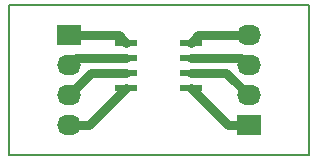
<source format=gtl>
%TF.GenerationSoftware,KiCad,Pcbnew,7.0.8*%
%TF.CreationDate,2024-01-24T18:28:45-05:00*%
%TF.ProjectId,SupervisoryCircuitPCB,53757065-7276-4697-936f-727943697263,rev?*%
%TF.SameCoordinates,Original*%
%TF.FileFunction,Copper,L1,Top*%
%TF.FilePolarity,Positive*%
%FSLAX46Y46*%
G04 Gerber Fmt 4.6, Leading zero omitted, Abs format (unit mm)*
G04 Created by KiCad (PCBNEW 7.0.8) date 2024-01-24 18:28:45*
%MOMM*%
%LPD*%
G01*
G04 APERTURE LIST*
%TA.AperFunction,ComponentPad*%
%ADD10R,2.030000X1.730000*%
%TD*%
%TA.AperFunction,ComponentPad*%
%ADD11O,2.030000X1.730000*%
%TD*%
%TA.AperFunction,SMDPad,CuDef*%
%ADD12R,1.854200X0.558800*%
%TD*%
%TA.AperFunction,Conductor*%
%ADD13C,0.762000*%
%TD*%
%TA.AperFunction,Profile*%
%ADD14C,0.200000*%
%TD*%
G04 APERTURE END LIST*
D10*
%TO.P,REF\u002A\u002A,1*%
%TO.N,N/C*%
X76200000Y-68580000D03*
D11*
%TO.P,REF\u002A\u002A,2*%
X76200000Y-71120000D03*
%TO.P,REF\u002A\u002A,3*%
X76200000Y-73660000D03*
%TO.P,REF\u002A\u002A,4*%
X76200000Y-76200000D03*
%TD*%
D12*
%TO.P,REF\u002A\u002A,1*%
%TO.N,N/C*%
X81089500Y-69215000D03*
%TO.P,REF\u002A\u002A,2*%
X81089500Y-70485000D03*
%TO.P,REF\u002A\u002A,3*%
X81089500Y-71755000D03*
%TO.P,REF\u002A\u002A,4*%
X81089500Y-73025000D03*
%TO.P,REF\u002A\u002A,5*%
X86550500Y-73025000D03*
%TO.P,REF\u002A\u002A,6*%
X86550500Y-71755000D03*
%TO.P,REF\u002A\u002A,7*%
X86550500Y-70485000D03*
%TO.P,REF\u002A\u002A,8*%
X86550500Y-69215000D03*
%TD*%
D10*
%TO.P,REF\u002A\u002A,1*%
%TO.N,N/C*%
X91440000Y-76200000D03*
D11*
%TO.P,REF\u002A\u002A,2*%
X91440000Y-73660000D03*
%TO.P,REF\u002A\u002A,3*%
X91440000Y-71120000D03*
%TO.P,REF\u002A\u002A,4*%
X91440000Y-68580000D03*
%TD*%
D13*
%TO.N,*%
X86550500Y-71755000D02*
X89535000Y-71755000D01*
X76200000Y-76200000D02*
X77914500Y-76200000D01*
X76200000Y-68580000D02*
X80454500Y-68580000D01*
X90805000Y-70485000D02*
X91440000Y-71120000D01*
X91440000Y-76200000D02*
X89725500Y-76200000D01*
X78105000Y-71755000D02*
X76200000Y-73660000D01*
X77914500Y-76200000D02*
X81089500Y-73025000D01*
X80454500Y-68580000D02*
X81089500Y-69215000D01*
X87185500Y-68580000D02*
X86550500Y-69215000D01*
X91440000Y-68580000D02*
X87185500Y-68580000D01*
X81089500Y-70485000D02*
X76835000Y-70485000D01*
X81089500Y-71755000D02*
X78105000Y-71755000D01*
X89725500Y-76200000D02*
X86550500Y-73025000D01*
X89535000Y-71755000D02*
X91440000Y-73660000D01*
X86550500Y-70485000D02*
X90805000Y-70485000D01*
X76835000Y-70485000D02*
X76200000Y-71120000D01*
%TD*%
D14*
X71120000Y-66040000D02*
X96520000Y-66040000D01*
X96520000Y-78740000D01*
X71120000Y-78740000D01*
X71120000Y-66040000D01*
M02*

</source>
